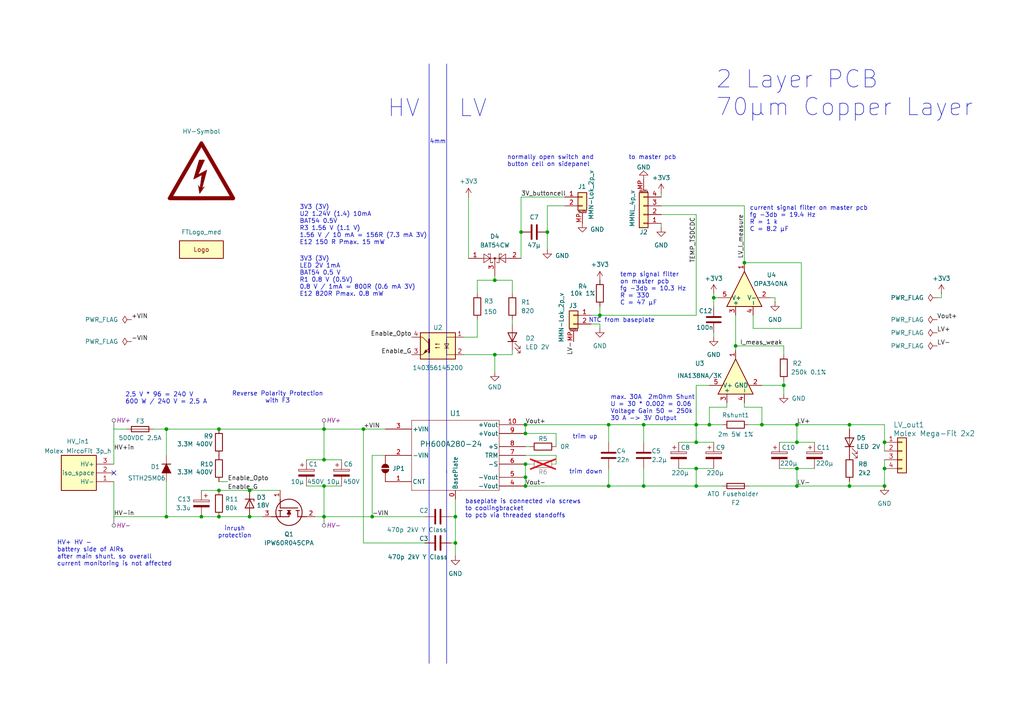
<source format=kicad_sch>
(kicad_sch (version 20250114) (generator "eeschema") (generator_version "9.0")
  (paper "A4")
  (title_block (title "TS-DCDC") (date "2024-12-12") (rev "0.5"))
  (lib_symbols
    (symbol "2024-11-18_21-41-11:PH600A280-24" (pin_names (offset 0.254))
      (property "Reference" "U" (at 17.272 6.604 0))
      (property "Value" "PH600A280-24" (at 20.32 -1.778 0))
      (symbol "PH600A280-24_1_1"
        (pin power_in line (at 0 2.54 0) (length 7.62) (name "+VIN") (number "3"))
        (pin power_in line (at 0 -5.08 0) (length 7.62) (name "-VIN") (number "2"))
        (pin input line (at 0 -12.7 0) (length 7.62) (name "CNT") (number "1"))
        (pin passive line (at 20.32 -17.78 90) (length 2.54) (name "BasePlate") (number "0"))
        (pin power_out line (at 40.64 3.81 180) (length 7.62) (name "+Vout") (number "10"))
        (pin power_out line (at 40.64 1.27 180) (length 7.62) (name "+Vout") (number "9"))
        (pin input line (at 40.64 -2.54 180) (length 7.62) (name "+S") (number "8"))
        (pin input line (at 40.64 -5.08 180) (length 7.62) (name "TRM") (number "7"))
        (pin input line (at 40.64 -7.62 180) (length 7.62) (name "-S") (number "6"))
        (pin power_out line (at 40.64 -11.43 180) (length 7.62) (name "-Vout") (number "5"))
        (pin power_out line (at 40.64 -13.97 180) (length 7.62) (name "-Vout") (number "4"))
      )
    )
    (symbol "43650-0317:43650-0317"
      (property "Reference" "HV_in1" (at 18.542 -11.938 0))
      (property "Value" "Molex MircoFit 3p_h" (at 11.43 -9.398 0))
      (symbol "43650-0317_1_1"
        (pin power_out line (at 0 0 0) (length 5.08) (name "HV+") (number "3"))
        (pin passive line (at 0 -2.54 0) (length 5.08) (name "iso_space") (number "2"))
        (pin power_out line (at 0 -5.08 0) (length 5.08) (name "HV-") (number "1"))
      )
    )
    (symbol "Amplifier_Current:INA138" (pin_names (offset 0.127))
      (property "Reference" "U" (at 3.81 5.08 0))
      (property "Value" "INA138" (at 3.81 2.54 0))
      (symbol "INA138_1_1"
        (pin input line (at -7.62 2.54 0) (length 2.54) (name "+") (number "3"))
        (pin input line (at -7.62 -2.54 0) (length 2.54) (name "-") (number "4"))
        (pin power_in line (at -2.54 7.62 270) (length 3.81) (name "V+") (number "5"))
        (pin power_in line (at -2.54 -7.62 90) (length 3.81) (name "GND") (number "2"))
        (pin output line (at 7.62 0 180) (length 2.54) (name "~") (number "1"))
      )
    )
    (symbol "Amplifier_Operational:OPA340NA" (pin_names (offset 0.127))
      (property "Reference" "U" (at -1.27 6.35 0))
      (property "Value" "OPA340NA" (at -1.27 3.81 0))
      (symbol "OPA340NA_0_1"
        (pin power_in line (at -2.54 7.62 270) (length 3.81) (name "V+") (number "5"))
        (pin power_in line (at -2.54 -7.62 90) (length 3.81) (name "V-") (number "2"))
      )
      (symbol "OPA340NA_1_1"
        (pin input line (at -7.62 2.54 0) (length 2.54) (name "+") (number "3"))
        (pin input line (at -7.62 -2.54 0) (length 2.54) (name "-") (number "4"))
        (pin output line (at 7.62 0 180) (length 2.54) (name "~") (number "1"))
      )
    )
    (symbol "Conn_01x04_1" (pin_names (offset 1.016) (hide yes))
      (property "Reference" "LV_out1" (at -2.54 7.62 0))
      (property "Value" "Molex Mega-Fit 2x2" (at -2.54 5.08 0))
      (symbol "Conn_01x04_1_1_1"
        (pin power_in line (at -5.08 2.54 0) (length 3.81) (name "Pin_1") (number "1"))
        (pin power_in line (at -5.08 0 0) (length 3.81) (name "Pin_2") (number "2"))
        (pin power_in line (at -5.08 -2.54 0) (length 3.81) (name "Pin_3") (number "3"))
        (pin power_in line (at -5.08 -5.08 0) (length 3.81) (name "Pin_4") (number "4"))
      )
    )
    (symbol "Connector_Generic_MountingPin:Conn_01x02_MountingPin" (pin_names (offset 1.016) (hide yes))
      (property "Reference" "J" (at 0 2.54 0))
      (property "Value" "Conn_01x02_MountingPin" (at 1.27 -5.08 0))
      (symbol "Conn_01x02_MountingPin_1_1"
        (text "Mounting" (at 0 -4.191 0) (effects (font (size 0.381 0.381))))
        (pin passive line (at -5.08 0 0) (length 3.81) (name "Pin_1") (number "1"))
        (pin passive line (at -5.08 -2.54 0) (length 3.81) (name "Pin_2") (number "2"))
        (pin passive line (at 0 -7.62 90) (length 3.048) (name "MountPin") (number "MP"))
      )
    )
    (symbol "Connector_Generic_MountingPin:Conn_01x04_MountingPin" (pin_names (offset 1.016) (hide yes))
      (property "Reference" "J" (at 0 5.08 0))
      (property "Value" "Conn_01x04_MountingPin" (at 1.27 -7.62 0))
      (symbol "Conn_01x04_MountingPin_1_1"
        (text "Mounting" (at 0 -6.731 0) (effects (font (size 0.381 0.381))))
        (pin passive line (at -5.08 2.54 0) (length 3.81) (name "Pin_1") (number "1"))
        (pin passive line (at -5.08 0 0) (length 3.81) (name "Pin_2") (number "2"))
        (pin passive line (at -5.08 -2.54 0) (length 3.81) (name "Pin_3") (number "3"))
        (pin passive line (at -5.08 -5.08 0) (length 3.81) (name "Pin_4") (number "4"))
        (pin passive line (at 0 -10.16 90) (length 3.048) (name "MountPin") (number "MP"))
      )
    )
    (symbol "Device:C" (pin_numbers (hide yes)) (pin_names (offset 0.254))
      (property "Reference" "C" (at 0.635 2.54 0))
      (property "Value" "C" (at 0.635 -2.54 0))
      (symbol "C_1_1"
        (pin passive line (at 0 3.81 270) (length 2.794) (name "~") (number "1"))
        (pin passive line (at 0 -3.81 90) (length 2.794) (name "~") (number "2"))
      )
    )
    (symbol "Device:C_Polarized" (pin_numbers (hide yes)) (pin_names (offset 0.254))
      (property "Reference" "C" (at 0.635 2.54 0))
      (property "Value" "C_Polarized" (at 0.635 -2.54 0))
      (symbol "C_Polarized_1_1"
        (pin passive line (at 0 3.81 270) (length 2.794) (name "~") (number "1"))
        (pin passive line (at 0 -3.81 90) (length 2.794) (name "~") (number "2"))
      )
    )
    (symbol "Device:D_Filled" (pin_numbers (hide yes)) (pin_names (offset 1.016) (hide yes))
      (property "Reference" "D" (at 0 2.54 0))
      (property "Value" "D_Filled" (at 0 -2.54 0))
      (symbol "D_Filled_1_1"
        (pin passive line (at -3.81 0 0) (length 2.54) (name "K") (number "1"))
        (pin passive line (at 3.81 0 180) (length 2.54) (name "A") (number "2"))
      )
    )
    (symbol "Device:D_Zener" (pin_numbers (hide yes)) (pin_names (offset 1.016) (hide yes))
      (property "Reference" "D" (at 0 2.54 0))
      (property "Value" "D_Zener" (at 0 -2.54 0))
      (symbol "D_Zener_1_1"
        (pin passive line (at -3.81 0 0) (length 2.54) (name "K") (number "1"))
        (pin passive line (at 3.81 0 180) (length 2.54) (name "A") (number "2"))
      )
    )
    (symbol "Device:Fuse" (pin_numbers (hide yes)) (pin_names (offset 0))
      (property "Reference" "F" (at 2.032 0 90))
      (property "Value" "Fuse" (at -1.905 0 90))
      (symbol "Fuse_1_1"
        (pin passive line (at 0 3.81 270) (length 1.27) (name "~") (number "1"))
        (pin passive line (at 0 -3.81 90) (length 1.27) (name "~") (number "2"))
      )
    )
    (symbol "Device:LED" (pin_numbers (hide yes)) (pin_names (offset 1.016) (hide yes))
      (property "Reference" "D" (at 0 2.54 0))
      (property "Value" "LED" (at 0 -2.54 0))
      (symbol "LED_1_1"
        (pin passive line (at -3.81 0 0) (length 2.54) (name "K") (number "1"))
        (pin passive line (at 3.81 0 180) (length 2.54) (name "A") (number "2"))
      )
    )
    (symbol "Device:R" (pin_numbers (hide yes)) (pin_names (offset 0))
      (property "Reference" "R" (at 2.032 0 90))
      (property "Value" "R" (at 0 0 90))
      (symbol "R_1_1"
        (pin passive line (at 0 3.81 270) (length 1.27) (name "~") (number "1"))
        (pin passive line (at 0 -3.81 90) (length 1.27) (name "~") (number "2"))
      )
    )
    (symbol "Diode:BAT54CW" (pin_names (offset 1.016))
      (property "Reference" "D" (at 0.635 -3.81 0))
      (property "Value" "BAT54CW" (at -6.35 3.175 0))
      (symbol "BAT54CW_1_1"
        (pin passive line (at -7.62 0 0) (length 3.81) (name "~") (number "1"))
        (pin passive line (at 0 -5.08 90) (length 5.08) (name "~") (number "3"))
        (pin passive line (at 7.62 0 180) (length 3.81) (name "~") (number "2"))
      )
    )
    (symbol "FaSTTUBe_logos:FTLogo_med"
      (property "Value" "FTLogo_med" (at 0 -3.81 0))
      (symbol "FTLogo_med_0_0"
        (text "Logo" (at 0 0 0) (effects (font (size 1.27 1.27))))
      )
    )
    (symbol "FaSTTUBe_logos:HV-Symbol" (pin_names (offset 1.016))
      (property "Value" "HV-Symbol" (at 0 -10.16 0))
    )
    (symbol "Fuse_1" (pin_numbers (hide yes)) (pin_names (offset 0))
      (property "Reference" "F2" (at 4.826 0 90))
      (property "Value" "ATO Fuseholder" (at 2.286 0.762 90))
      (symbol "Fuse_1_1_1"
        (pin passive line (at 0 3.81 270) (length 1.27) (name "~") (number "1"))
        (pin passive line (at 0 -3.81 90) (length 1.27) (name "~") (number "2"))
      )
    )
    (symbol "IPW60R045CPA:IPW60R045CPA" (pin_names (hide yes))
      (property "Reference" "Q" (at 11.43 3.81 0))
      (property "Value" "IPW60R045CPA" (at 11.43 1.27 0))
      (symbol "IPW60R045CPA_1_1"
        (pin passive line (at 0 0 0) (length 2.54) (name "G") (number "1"))
        (pin passive line (at 7.62 10.16 270) (length 2.54) (name "D") (number "2"))
        (pin passive line (at 7.62 -5.08 90) (length 2.54) (name "S") (number "3"))
      )
    )
    (symbol "Jumper:SolderJumper_2_Open" (pin_numbers (hide yes)) (pin_names (offset 0) (hide yes)) (exclude_from_sim yes) (in_bom no)
      (property "Reference" "JP" (at 0 2.032 0))
      (property "Value" "SolderJumper_2_Open" (at 0 -2.54 0))
      (symbol "SolderJumper_2_Open_1_1"
        (pin passive line (at -3.81 0 0) (length 2.54) (name "A") (number "1"))
        (pin passive line (at 3.81 0 180) (length 2.54) (name "B") (number "2"))
      )
    )
    (symbol "Relay_SolidState:34.81-7048"
      (property "Reference" "U2" (at 0 5.334 0))
      (property "Value" "140356145200" (at 0 -6.35 0))
      (symbol "34.81-7048_1_1"
        (pin passive line (at -7.62 2.54 0) (length 2.54) (name "") (number "1"))
        (pin passive line (at -7.62 -2.54 0) (length 2.54) (name "~") (number "2"))
        (pin passive line (at 7.62 2.54 180) (length 2.54) (name "~") (number "4"))
        (pin passive line (at 7.62 -2.54 180) (length 2.54) (name "~") (number "3"))
      )
    )
    (symbol "power:+3V3" (power) (pin_numbers (hide yes)) (pin_names (offset 0) (hide yes))
      (property "Value" "+3V3" (at 0 3.556 0))
      (symbol "+3V3_1_1"
        (pin power_in line (at 0 0 90) (length 0) (name "~") (number "1"))
      )
    )
    (symbol "power:GND" (power) (pin_numbers (hide yes)) (pin_names (offset 0) (hide yes))
      (property "Value" "GND" (at 0 -3.81 0))
      (symbol "GND_1_1"
        (pin power_in line (at 0 0 270) (length 0) (name "~") (number "1"))
      )
    )
    (symbol "power:PWR_FLAG" (power) (pin_numbers (hide yes)) (pin_names (offset 0) (hide yes))
      (property "Value" "PWR_FLAG" (at 0 3.81 0))
      (symbol "PWR_FLAG_0_0"
        (pin power_out line (at 0 0 90) (length 0) (name "~") (number "1"))
      )
    )
  )
  (text "trim down" (at 169.926 136.906 0) (effects (font (size 1.27 1.27))))
  (text "inrush\nprotection" (at 68.072 154.432 0) (effects (font (size 1.27 1.27))))
  (text "3V3 (3V)\nU2 1.24V (1.4) 10mA\nBAT54 0.5V\nR3 1.56 V (1.1 V)\n1.56 V / 10 mA = 156R (7.3 mA 3V)\nE12 150 R Pmax. 15 mW\n" (at 86.868 65.278 0) (effects (font (size 1.27 1.27)) (justify left)))
  (text "max. 30A  2mOhm Shunt \nU = 30 * 0.002 = 0.06\nVoltage Gain 50 = 250k\n30 A -> 3V Output\n" (at 177.038 118.364 0) (effects (font (size 1.27 1.27)) (justify left)))
  (text "trim up" (at 169.672 126.746 0) (effects (font (size 1.27 1.27))))
  (text "2,5 V * 96 = 240 V\n600 W / 240 V = 2,5 A\n" (at 36.322 115.57 0) (effects (font (size 1.27 1.27)) (justify left)))
  (text "current signal filter on master pcb\nfg -3db = 19.4 Hz\nR = 1 k\nC = 8.2 µF\n" (at 217.424 63.5 0) (effects (font (size 1.27 1.27)) (justify left)))
  (text "LV" (at 137.16 31.496 0) (effects (font (size 5 5))))
  (text "4mm" (at 127 41.148 0) (effects (font (size 1.27 1.27))))
  (text "normally open switch and\nbutton cell on sidepanel\n " (at 147.066 44.958 0) (effects (font (size 1.27 1.27)) (justify left top)))
  (text "NTC from baseplate" (at 180.34 92.964 0) (effects (font (size 1.27 1.27))))
  (text "HV" (at 117.094 31.496 0) (effects (font (size 5 5))))
  (text "3V3 (3V)\nLED 2V 1mA\nBAT54 0.5 V \nR1 0.8 V (0.5V)\n0.8 V / 1mA = 800R (0.6 mA 3V)\nE12 820R Pmax. 0.8 mW" (at 86.868 80.264 0) (effects (font (size 1.27 1.27)) (justify left)))
  (text "HV+ HV -\nbattery side of AIRs\nafter main shunt, so overall \ncurrent monitoring is not affected" (at 16.51 160.528 0) (effects (font (size 1.27 1.27)) (justify left)))
  (text "to master pcb" (at 189.23 45.72 0) (effects (font (size 1.27 1.27))))
  (text "baseplate is connected via screws \nto coolingbracket\nto pcb via threaded standoffs\n" (at 134.874 147.574 0) (effects (font (size 1.27 1.27)) (justify left)))
  (text "temp signal filter \non master pcb\nfg -3db = 10.3 Hz\nR = 330\nC = 47 µF" (at 179.832 83.82 0) (effects (font (size 1.27 1.27)) (justify left)))
  (text "Reverse Polarity Protection\nwith F3" (at 80.518 115.316 0) (effects (font (size 1.27 1.27))))
  (text "2 Layer PCB \n70µm Copper Layer\n" (at 207.518 27.178 0) (effects (font (size 5 5)) (justify left)))
  (junction (at 152.4 134.62))
  (junction (at 186.69 123.19))
  (junction (at 207.01 86.36))
  (junction (at 63.5 124.46))
  (junction (at 48.26 124.46))
  (junction (at 143.51 81.28))
  (junction (at 201.93 128.27))
  (junction (at 107.95 149.86))
  (junction (at 213.36 100.33))
  (junction (at 48.26 149.86))
  (junction (at 231.14 123.19))
  (junction (at 176.53 123.19))
  (junction (at 105.41 124.46))
  (junction (at 151.13 67.31))
  (junction (at 152.4 138.43))
  (junction (at 201.93 135.89))
  (junction (at 152.4 123.19))
  (junction (at 246.38 123.19))
  (junction (at 132.08 157.48))
  (junction (at 72.39 142.24))
  (junction (at 152.4 140.97))
  (junction (at 205.74 123.19))
  (junction (at 201.93 123.19))
  (junction (at 176.53 140.97))
  (junction (at 72.39 149.86))
  (junction (at 231.14 128.27))
  (junction (at 231.14 135.89))
  (junction (at 93.98 149.86))
  (junction (at 173.99 91.44))
  (junction (at 158.75 67.31))
  (junction (at 152.4 125.73))
  (junction (at 201.93 140.97))
  (junction (at 220.98 123.19))
  (junction (at 132.08 149.86))
  (junction (at 256.54 128.27))
  (junction (at 58.42 149.86))
  (junction (at 93.98 124.46))
  (junction (at 186.69 140.97))
  (junction (at 93.98 140.97))
  (junction (at 215.9 76.2))
  (junction (at 246.38 140.97))
  (junction (at 256.54 135.89))
  (junction (at 227.33 111.76))
  (junction (at 256.54 140.97))
  (junction (at 143.51 102.87))
  (junction (at 231.14 140.97))
  (junction (at 63.5 149.86))
  (junction (at 93.98 133.35))
  (junction (at 63.5 142.24))
  (no_connect (at 33.02 137.16))
  (wire (pts (xy 231.14 135.89) (xy 231.14 140.97)))
  (wire (pts (xy 132.08 144.78) (xy 132.08 149.86)))
  (wire (pts (xy 72.39 142.24) (xy 81.28 142.24)))
  (wire (pts (xy 231.14 128.27) (xy 236.22 128.27)))
  (wire (pts (xy 48.26 149.86) (xy 58.42 149.86)))
  (wire (pts (xy 33.02 139.7) (xy 33.02 149.86)))
  (wire (pts (xy 176.53 123.19) (xy 176.53 128.27)))
  (wire (pts (xy 176.53 135.89) (xy 176.53 140.97)))
  (wire (pts (xy 158.75 59.69) (xy 158.75 67.31)))
  (wire (pts (xy 148.59 102.87) (xy 148.59 101.6)))
  (wire (pts (xy 201.93 123.19) (xy 205.74 123.19)))
  (wire (pts (xy 107.95 132.08) (xy 107.95 149.86)))
  (wire (pts (xy 152.4 134.62) (xy 153.67 134.62)))
  (wire (pts (xy 226.06 128.27) (xy 231.14 128.27)))
  (wire (pts (xy 72.39 149.86) (xy 76.2 149.86)))
  (wire (pts (xy 107.95 132.08) (xy 111.76 132.08)))
  (wire (pts (xy 201.93 111.76) (xy 205.74 111.76)))
  (wire (pts (xy 143.51 81.28) (xy 143.51 80.01)))
  (wire (pts (xy 273.05 86.36) (xy 271.78 86.36)))
  (wire (pts (xy 151.13 57.15) (xy 163.83 57.15)))
  (wire (pts (xy 132.08 149.86) (xy 130.81 149.86)))
  (wire (pts (xy 201.93 62.23) (xy 201.93 91.44)))
  (wire (pts (xy 152.4 132.08) (xy 161.29 132.08)))
  (wire (pts (xy 173.99 93.98) (xy 171.45 93.98)))
  (wire (pts (xy 138.43 81.28) (xy 138.43 85.09)))
  (wire (pts (xy 44.45 124.46) (xy 48.26 124.46)))
  (wire (pts (xy 93.98 133.35) (xy 99.06 133.35)))
  (wire (pts (xy 205.74 123.19) (xy 209.55 123.19)))
  (wire (pts (xy 33.02 124.46) (xy 36.83 124.46)))
  (wire (pts (xy 134.62 97.79) (xy 138.43 97.79)))
  (wire (pts (xy 207.01 96.52) (xy 207.01 97.79)))
  (wire (pts (xy 201.93 111.76) (xy 201.93 123.19)))
  (wire (pts (xy 210.82 116.84) (xy 210.82 118.11)))
  (wire (pts (xy 210.82 118.11) (xy 205.74 118.11)))
  (wire (pts (xy 135.89 57.15) (xy 135.89 74.93)))
  (wire (pts (xy 33.02 124.46) (xy 33.02 134.62)))
  (wire (pts (xy 218.44 95.25) (xy 232.41 95.25)))
  (wire (pts (xy 161.29 134.62) (xy 161.29 132.08)))
  (wire (pts (xy 227.33 111.76) (xy 227.33 114.3)))
  (wire (pts (xy 152.4 123.19) (xy 176.53 123.19)))
  (polyline (pts (xy 124.46 18.542) (xy 124.46 192.405)))
  (wire (pts (xy 208.28 86.36) (xy 207.01 86.36)))
  (wire (pts (xy 191.77 66.04) (xy 191.77 64.77)))
  (wire (pts (xy 151.13 57.15) (xy 151.13 67.31)))
  (wire (pts (xy 152.4 138.43) (xy 152.4 134.62)))
  (wire (pts (xy 33.02 149.86) (xy 48.26 149.86)))
  (wire (pts (xy 217.17 140.97) (xy 231.14 140.97)))
  (wire (pts (xy 105.41 157.48) (xy 123.19 157.48)))
  (wire (pts (xy 105.41 124.46) (xy 111.76 124.46)))
  (wire (pts (xy 143.51 81.28) (xy 148.59 81.28)))
  (wire (pts (xy 143.51 102.87) (xy 148.59 102.87)))
  (wire (pts (xy 220.98 118.11) (xy 220.98 123.19)))
  (wire (pts (xy 66.04 139.7) (xy 63.5 139.7)))
  (wire (pts (xy 63.5 142.24) (xy 58.42 142.24)))
  (wire (pts (xy 224.79 87.63) (xy 224.79 86.36)))
  (wire (pts (xy 186.69 123.19) (xy 201.93 123.19)))
  (wire (pts (xy 152.4 129.54) (xy 153.67 129.54)))
  (wire (pts (xy 88.9 133.35) (xy 93.98 133.35)))
  (wire (pts (xy 213.36 91.44) (xy 213.36 100.33)))
  (wire (pts (xy 186.69 140.97) (xy 201.93 140.97)))
  (wire (pts (xy 173.99 88.9) (xy 173.99 91.44)))
  (wire (pts (xy 107.95 149.86) (xy 123.19 149.86)))
  (wire (pts (xy 63.5 149.86) (xy 72.39 149.86)))
  (wire (pts (xy 213.36 100.33) (xy 227.33 100.33)))
  (wire (pts (xy 173.99 91.44) (xy 201.93 91.44)))
  (wire (pts (xy 186.69 123.19) (xy 186.69 128.27)))
  (wire (pts (xy 220.98 111.76) (xy 227.33 111.76)))
  (wire (pts (xy 201.93 128.27) (xy 207.01 128.27)))
  (wire (pts (xy 186.69 135.89) (xy 186.69 140.97)))
  (wire (pts (xy 201.93 135.89) (xy 201.93 140.97)))
  (wire (pts (xy 158.75 67.31) (xy 158.75 72.39)))
  (wire (pts (xy 220.98 118.11) (xy 215.9 118.11)))
  (wire (pts (xy 226.06 135.89) (xy 231.14 135.89)))
  (wire (pts (xy 93.98 124.46) (xy 93.98 133.35)))
  (polyline (pts (xy 129.54 136.525) (xy 129.54 192.405)))
  (wire (pts (xy 93.98 140.97) (xy 99.06 140.97)))
  (wire (pts (xy 152.4 123.19) (xy 152.4 125.73)))
  (wire (pts (xy 191.77 57.15) (xy 191.77 55.88)))
  (wire (pts (xy 232.41 76.2) (xy 215.9 76.2)))
  (wire (pts (xy 201.93 140.97) (xy 209.55 140.97)))
  (wire (pts (xy 161.29 125.73) (xy 152.4 125.73)))
  (wire (pts (xy 93.98 124.46) (xy 105.41 124.46)))
  (wire (pts (xy 48.26 139.7) (xy 48.26 149.86)))
  (wire (pts (xy 205.74 118.11) (xy 205.74 123.19)))
  (wire (pts (xy 138.43 81.28) (xy 143.51 81.28)))
  (wire (pts (xy 196.85 128.27) (xy 201.93 128.27)))
  (wire (pts (xy 196.85 135.89) (xy 201.93 135.89)))
  (wire (pts (xy 232.41 95.25) (xy 232.41 76.2)))
  (wire (pts (xy 93.98 140.97) (xy 88.9 140.97)))
  (wire (pts (xy 163.83 59.69) (xy 158.75 59.69)))
  (wire (pts (xy 246.38 124.46) (xy 246.38 123.19)))
  (wire (pts (xy 176.53 123.19) (xy 186.69 123.19)))
  (wire (pts (xy 213.36 100.33) (xy 213.36 101.6)))
  (wire (pts (xy 224.79 86.36) (xy 223.52 86.36)))
  (wire (pts (xy 173.99 91.44) (xy 171.45 91.44)))
  (wire (pts (xy 231.14 135.89) (xy 236.22 135.89)))
  (wire (pts (xy 217.17 123.19) (xy 220.98 123.19)))
  (wire (pts (xy 215.9 59.69) (xy 215.9 76.2)))
  (wire (pts (xy 231.14 140.97) (xy 246.38 140.97)))
  (wire (pts (xy 231.14 123.19) (xy 231.14 128.27)))
  (wire (pts (xy 201.93 135.89) (xy 207.01 135.89)))
  (wire (pts (xy 191.77 59.69) (xy 215.9 59.69)))
  (polyline (pts (xy 129.54 18.542) (xy 129.54 137.16)))
  (wire (pts (xy 152.4 140.97) (xy 152.4 138.43)))
  (wire (pts (xy 48.26 132.08) (xy 48.26 124.46)))
  (wire (pts (xy 143.51 102.87) (xy 143.51 107.95)))
  (wire (pts (xy 152.4 140.97) (xy 176.53 140.97)))
  (wire (pts (xy 93.98 149.86) (xy 107.95 149.86)))
  (wire (pts (xy 256.54 128.27) (xy 256.54 130.81)))
  (wire (pts (xy 256.54 133.35) (xy 256.54 135.89)))
  (wire (pts (xy 246.38 123.19) (xy 256.54 123.19)))
  (wire (pts (xy 63.5 142.24) (xy 72.39 142.24)))
  (wire (pts (xy 176.53 140.97) (xy 186.69 140.97)))
  (wire (pts (xy 148.59 92.71) (xy 148.59 93.98)))
  (wire (pts (xy 48.26 124.46) (xy 63.5 124.46)))
  (wire (pts (xy 91.44 149.86) (xy 93.98 149.86)))
  (wire (pts (xy 173.99 93.98) (xy 173.99 95.25)))
  (wire (pts (xy 215.9 118.11) (xy 215.9 116.84)))
  (wire (pts (xy 138.43 92.71) (xy 138.43 97.79)))
  (wire (pts (xy 256.54 135.89) (xy 256.54 140.97)))
  (wire (pts (xy 151.13 67.31) (xy 151.13 74.93)))
  (wire (pts (xy 58.42 149.86) (xy 63.5 149.86)))
  (wire (pts (xy 148.59 81.28) (xy 148.59 85.09)))
  (wire (pts (xy 161.29 129.54) (xy 161.29 125.73)))
  (wire (pts (xy 246.38 139.7) (xy 246.38 140.97)))
  (wire (pts (xy 132.08 157.48) (xy 130.81 157.48)))
  (wire (pts (xy 132.08 161.29) (xy 132.08 157.48)))
  (wire (pts (xy 105.41 124.46) (xy 105.41 157.48)))
  (wire (pts (xy 273.05 85.09) (xy 273.05 86.36)))
  (wire (pts (xy 63.5 124.46) (xy 93.98 124.46)))
  (wire (pts (xy 227.33 100.33) (xy 227.33 102.87)))
  (wire (pts (xy 220.98 123.19) (xy 231.14 123.19)))
  (wire (pts (xy 207.01 86.36) (xy 207.01 85.09)))
  (wire (pts (xy 132.08 149.86) (xy 132.08 157.48)))
  (wire (pts (xy 256.54 140.97) (xy 246.38 140.97)))
  (wire (pts (xy 256.54 123.19) (xy 256.54 128.27)))
  (wire (pts (xy 207.01 86.36) (xy 207.01 88.9)))
  (wire (pts (xy 227.33 110.49) (xy 227.33 111.76)))
  (wire (pts (xy 143.51 102.87) (xy 134.62 102.87)))
  (wire (pts (xy 231.14 123.19) (xy 246.38 123.19)))
  (wire (pts (xy 201.93 62.23) (xy 191.77 62.23)))
  (wire (pts (xy 218.44 95.25) (xy 218.44 91.44)))
  (wire (pts (xy 93.98 149.86) (xy 93.98 140.97)))
  (wire (pts (xy 201.93 123.19) (xy 201.93 128.27)))
  (label "LV+" (at 231.14 123.19 0))
  (label "+VIN" (at 38.1 92.71 0))
  (label "LV-" (at 231.14 140.97 0))
  (label "Vout-" (at 152.4 140.97 0))
  (label "TEMP_TSDCDC" (at 201.93 76.2 90))
  (label "LV-" (at 271.78 100.33 0))
  (label "Vout+" (at 271.78 92.71 0))
  (label "-VIN" (at 38.1 99.06 0))
  (label "-VIN" (at 107.95 149.86 0))
  (label "LV_I_measure" (at 215.9 74.93 90))
  (label "HV+in" (at 33.02 130.81 0))
  (label "I_meas_weak" (at 214.63 100.33 0))
  (label "3V_buttoncell" (at 151.13 57.15 0))
  (label "LV-" (at 166.37 99.06 270))
  (label "Enable_G" (at 66.04 142.24 0))
  (label "HV-in" (at 33.02 149.86 0))
  (label "Enable_Opto" (at 66.04 139.7 0))
  (label "Vout+" (at 152.4 123.19 0))
  (label "Enable_G" (at 119.38 102.87 180))
  (label "Enable_Opto" (at 119.38 97.79 180))
  (label "+VIN" (at 105.41 124.46 0))
  (label "LV+" (at 271.78 96.52 0))
  (netclass_flag "" (length 2.54) (shape round) (at 33.02 124.46 0) (property "Netclass" "HV+" (at 33.7185 121.92 0) (effects (font (italic yes)) (justify left))))
  (netclass_flag "" (length 2.54) (shape round) (at 33.02 149.86 180) (property "Netclass" "HV-" (at 33.7185 152.4 0) (effects (font (italic yes)) (justify left))))
  (netclass_flag "" (length 2.54) (shape round) (at 93.98 124.46 0) (property "Netclass" "HV+" (at 94.6785 121.92 0) (effects (font (italic yes)) (justify left))))
  (netclass_flag "" (length 2.54) (shape round) (at 93.98 149.86 180) (property "Netclass" "HV-" (at 94.6785 152.4 0) (effects (font (italic yes)) (justify left))))
  (symbol (lib_id "Device:LED") (at 148.59 97.79 90) (unit 1)
    (property "Reference" "D2" (at 152.4 98.1074 90) (effects (justify right)))
    (property "Value" "LED 2V" (at 152.4 100.6474 90) (effects (justify right)))
    (property "Footprint" "LED_SMD:LED_0603_1608Metric" (effects (hide yes)))
    (property "Description" "Light emitting diode" (effects (hide yes)))
  )
  (symbol (lib_id "Device:C_Polarized") (at 196.85 132.08 0) (unit 1)
    (property "Reference" "C8" (at 200.152 129.794 0) (effects (justify right)))
    (property "Value" "220µ" (at 199.898 137.16 0) (effects (justify right)))
    (property "Footprint" "Capacitor_THT:CP_Radial_D10.0mm_P5.00mm" (effects (hide yes)))
    (property "Datasheet" "https://mou.sr/3E8B9GR" (effects (hide yes)))
    (property "Description" "Polarized capacitor" (effects (hide yes)))
  )
  (symbol (lib_id "Device:C") (at 176.53 132.08 0) (unit 1)
    (property "Reference" "C4" (at 178.816 130.81 0) (effects (justify left)))
    (property "Value" "22n" (at 178.816 133.35 0) (effects (justify left)))
    (property "Footprint" "Capacitor_SMD:C_1206_3216Metric" (effects (hide yes)))
    (property "Description" "Unpolarized capacitor" (effects (hide yes)))
  )
  (symbol (lib_id "Device:R") (at 246.38 135.89 0) (unit 1)
    (property "Reference" "R8" (at 248.92 134.6199 0) (effects (justify left)))
    (property "Value" "2k2" (at 248.92 137.1599 0) (effects (justify left)))
    (property "Footprint" "Resistor_SMD:R_0603_1608Metric" (effects (hide yes)))
    (property "Description" "Resistor" (effects (hide yes)))
  )
  (symbol (lib_id "Connector_Generic_MountingPin:Conn_01x04_MountingPin") (at 186.69 62.23 180) (unit 1)
    (property "Reference" "J2" (at 186.69 67.31 0))
    (property "Value" "MMNL_4p_v" (at 183.388 60.452 90))
    (property "Footprint" "FaSTTUBe_connectors:Micro_Mate-N-Lok_4p_vertical" (effects (hide yes)))
    (property "Description" "Generic connectable mounting pin connector, single row, 01x04, script generated (kicad-library-utils/schlib/autogen/connector/)" (effects (hide yes)))
  )
  (symbol (lib_id "power:GND") (at 256.54 140.97 0) (unit 1)
    (property "Reference" "#PWR01" (effects (hide yes)))
    (property "Value" "GND" (at 256.54 146.05 0))
    (property "Description" "Power symbol creates a global label with name \"GND\" , ground" (effects (hide yes)))
  )
  (symbol (lib_id "Device:R") (at 157.48 129.54 90) (unit 1)
    (property "Reference" "R5" (at 157.48 127.254 90))
    (property "Value" "0R" (at 163.83 129.54 90))
    (property "Footprint" "Resistor_SMD:R_0603_1608Metric" (effects (hide yes)))
    (property "Description" "Resistor" (effects (hide yes)))
  )
  (symbol (lib_id "power:PWR_FLAG") (at 38.1 92.71 90) (unit 1)
    (property "Reference" "#FLG02" (effects (hide yes)))
    (property "Value" "PWR_FLAG" (at 34.29 92.7099 90) (effects (justify left)))
    (property "Description" "Special symbol for telling ERC where power comes from" (effects (hide yes)))
  )
  (symbol (lib_id "power:+3V3") (at 191.77 55.88 0) (mirror y) (unit 1)
    (property "Reference" "#PWR05" (effects (hide yes)))
    (property "Value" "+3V3" (at 191.77 51.562 0))
    (property "Description" "Power symbol creates a global label with name \"+3V3\"" (effects (hide yes)))
  )
  (symbol (lib_id "Amplifier_Operational:OPA340NA") (at 215.9 83.82 90) (unit 1)
    (property "Reference" "U4" (at 223.774 79.756 90))
    (property "Value" "OPA340NA" (at 223.52 82.296 90))
    (property "Footprint" "Package_TO_SOT_SMD:SOT-23-5" (effects (hide yes)))
    (property "Datasheet" "http://www.ti.com/lit/ds/symlink/opa340.pdf" (effects (hide yes)))
    (property "Description" "Single Single-Supply, Rail-to-Rail Operational Amplifier, MicroAmplifier Series, SOT-23-5" (effects (hide yes)))
  )
  (symbol (lib_id "Jumper:SolderJumper_2_Open") (at 111.76 135.89 90) (unit 1) (in_bom no)
    (property "Reference" "JP1" (at 113.792 135.89 90) (effects (justify right)))
    (property "Value" "SolderJumper_2_Open" (effects (hide yes)))
    (property "Footprint" "Jumper:SolderJumper-2_P1.3mm_Open_RoundedPad1.0x1.5mm" (effects (hide yes)))
    (property "Description" "Solder Jumper, 2-pole, open" (effects (hide yes)))
  )
  (symbol (lib_id "Device:C_Polarized") (at 226.06 132.08 0) (unit 1)
    (property "Reference" "C10" (at 230.632 129.794 0) (effects (justify right)))
    (property "Value" "220µ" (at 231.394 134.366 0) (effects (justify right)))
    (property "Footprint" "Capacitor_THT:CP_Radial_D10.0mm_P5.00mm" (effects (hide yes)))
    (property "Datasheet" "https://mou.sr/3E8B9GR" (effects (hide yes)))
    (property "Description" "Polarized capacitor" (effects (hide yes)))
  )
  (symbol (lib_id "Device:LED") (at 246.38 128.27 90) (unit 1)
    (property "Reference" "D5" (at 248.412 127 90) (effects (justify right)))
    (property "Value" "LED 2V" (at 248.412 129.54 90) (effects (justify right)))
    (property "Footprint" "LED_SMD:LED_0603_1608Metric" (effects (hide yes)))
    (property "Description" "Light emitting diode" (effects (hide yes)))
  )
  (symbol (lib_id "Device:C_Polarized") (at 88.9 137.16 0) (unit 1)
    (property "Reference" "C1" (at 92.202 134.62 0) (effects (justify right)))
    (property "Value" "10µ 450V" (at 93.98 139.7 0) (effects (justify right)))
    (property "Footprint" "Capacitor_THT:CP_Radial_D12.5mm_P5.00mm" (effects (hide yes)))
    (property "Datasheet" "https://www.mouser.de/ProductDetail/KEMET/ESZ106M450AK5AA?qs=sGAEpiMZZMvwFf0viD3Y3fHxNcSaiftw0pmshQ94%2F5xScmFOjO6%2FmQ%3D%3D" (effects (hide yes)))
    (property "Description" "Polarized capacitor" (effects (hide yes)))
  )
  (symbol (lib_id "Device:C") (at 127 149.86 90) (unit 1)
    (property "Reference" "C2" (at 122.936 148.082 90))
    (property "Value" "470p 2kV Y Class" (at 120.904 153.67 90))
    (property "Footprint" "footprints:VY1471M29Y5UC63V0" (effects (hide yes)))
    (property "Datasheet" "https://www.vishay.com/docs/28537/vy1series.pdf" (effects (hide yes)))
    (property "Description" "Unpolarized capacitor" (effects (hide yes)))
  )
  (symbol (lib_id "power:PWR_FLAG") (at 271.78 100.33 90) (unit 1)
    (property "Reference" "#FLG05" (effects (hide yes)))
    (property "Value" "PWR_FLAG" (at 267.97 100.3299 90) (effects (justify left)))
    (property "Description" "Special symbol for telling ERC where power comes from" (effects (hide yes)))
  )
  (symbol (lib_id "Device:R") (at 148.59 88.9 0) (unit 1)
    (property "Reference" "R1" (at 151.13 87.6299 0) (effects (justify left)))
    (property "Value" "820" (at 151.13 90.1699 0) (effects (justify left)))
    (property "Footprint" "Resistor_SMD:R_0603_1608Metric" (effects (hide yes)))
    (property "Description" "Resistor" (effects (hide yes)))
  )
  (symbol (lib_id "power:GND") (at 207.01 97.79 0) (unit 1)
    (property "Reference" "#PWR013" (effects (hide yes)))
    (property "Value" "GND" (at 207.01 102.87 0))
    (property "Description" "Power symbol creates a global label with name \"GND\" , ground" (effects (hide yes)))
  )
  (symbol (lib_id "2024-11-18_21-41-11:PH600A280-24") (at 111.76 127 0) (unit 1)
    (property "Reference" "U1" (at 132.08 119.888 0) (effects (font (size 1.524 1.524))))
    (property "Value" "PH600A280-24" (at 130.81 128.778 0) (effects (font (size 1.524 1.524))))
    (property "Footprint" "PH300A_thru_PH600A_TDK" (effects (hide yes)))
    (property "Datasheet" "PH600A280-24" (effects (hide yes)))
  )
  (symbol (lib_id "power:PWR_FLAG") (at 271.78 86.36 90) (unit 1)
    (property "Reference" "#FLG01" (effects (hide yes)))
    (property "Value" "PWR_FLAG" (at 267.97 86.36 90) (effects (justify left)))
    (property "Description" "Special symbol for telling ERC where power comes from" (effects (hide yes)))
  )
  (symbol (lib_id "Device:C") (at 154.94 67.31 90) (unit 1)
    (property "Reference" "C7" (at 154.94 62.992 90))
    (property "Value" "47µ" (at 154.94 71.12 90))
    (property "Footprint" "Capacitor_SMD:C_1210_3225Metric" (effects (hide yes)))
    (property "Description" "Unpolarized capacitor" (effects (hide yes)))
  )
  (symbol (lib_id "power:+3V3") (at 173.99 81.28 0) (mirror y) (unit 1)
    (property "Reference" "#PWR08" (effects (hide yes)))
    (property "Value" "+3V3" (at 173.99 76.708 0))
    (property "Description" "Power symbol creates a global label with name \"+3V3\"" (effects (hide yes)))
  )
  (symbol (lib_id "FaSTTUBe_logos:HV-Symbol") (at 58.42 49.53 0) (unit 1)
    (property "Reference" "#Logo2" (effects (hide yes)))
    (property "Value" "HV-Symbol" (at 58.4225 38.1 0))
    (property "Footprint" "FaSTTUBe_logos:HV-Warning" (effects (hide yes)))
  )
  (symbol (lib_id "power:GND") (at 227.33 114.3 0) (unit 1)
    (property "Reference" "#PWR02" (effects (hide yes)))
    (property "Value" "GND" (at 231.648 115.57 0))
    (property "Description" "Power symbol creates a global label with name \"GND\" , ground" (effects (hide yes)))
  )
  (symbol (lib_id "Device:C_Polarized") (at 58.42 146.05 0) (mirror y) (unit 1)
    (property "Reference" "C13" (at 55.372 144.78 0) (effects (justify left)))
    (property "Value" "3.3u" (at 55.372 147.32 0) (effects (justify left)))
    (property "Footprint" "Capacitor_SMD:C_0805_2012Metric" (effects (hide yes)))
    (property "Datasheet" "https://www.mouser.de/ProductDetail/Vishay-Sprague/TMCP1C335MTRF?qs=WatphXlIDnw3%252BW9g7D2QaA%3D%3D" (effects (hide yes)))
    (property "Description" "Polarized capacitor" (effects (hide yes)))
  )
  (symbol (lib_id "Device:R") (at 63.5 146.05 0) (unit 1)
    (property "Reference" "R11" (at 65.278 144.78 0) (effects (justify left)))
    (property "Value" "80k" (at 65.278 147.32 0) (effects (justify left)))
    (property "Footprint" "Resistor_SMD:R_0603_1608Metric" (effects (hide yes)))
    (property "Description" "Resistor" (effects (hide yes)))
  )
  (symbol (lib_id "Device:C_Polarized") (at 236.22 132.08 0) (unit 1)
    (property "Reference" "C11" (at 240.792 129.794 0) (effects (justify right)))
    (property "Value" "220µ" (at 241.808 134.366 0) (effects (justify right)))
    (property "Footprint" "Capacitor_THT:CP_Radial_D10.0mm_P5.00mm" (effects (hide yes)))
    (property "Datasheet" "https://mou.sr/3E8B9GR" (effects (hide yes)))
    (property "Description" "Polarized capacitor" (effects (hide yes)))
  )
  (symbol (lib_id "power:GND") (at 132.08 161.29 0) (unit 1)
    (property "Reference" "#PWR010" (effects (hide yes)))
    (property "Value" "GND" (at 132.08 166.37 0))
    (property "Description" "Power symbol creates a global label with name \"GND\" , ground" (effects (hide yes)))
  )
  (symbol (lib_id "Relay_SolidState:34.81-7048") (at 127 100.33 0) (mirror y) (unit 1)
    (property "Reference" "U2" (at 127 94.996 0))
    (property "Value" "140356145200" (at 127 106.68 0))
    (property "Footprint" "footprints:SOP254P700X210-4N" (effects (hide yes)))
    (property "Datasheet" "https://www.we-online.com/components/products/datasheet/140356145200.pdf" (effects (hide yes)))
    (property "Description" "Ultra-Slim Solid-State Relay, 0.1A, 48V DC output switching" (effects (hide yes)))
  )
  (symbol (lib_id "Device:R") (at 63.5 128.27 0) (unit 1)
    (property "Reference" "R9" (at 60.452 126.492 0))
    (property "Value" "3.3M 400V" (at 61.722 128.778 0) (effects (justify right)))
    (property "Footprint" "Resistor_SMD:R_1206_3216Metric" (effects (hide yes)))
    (property "Description" "Resistor" (effects (hide yes)))
  )
  (symbol (lib_name "Conn_01x04_1") (lib_id "Connector_Generic:Conn_01x04") (at 261.62 130.81 0) (unit 1)
    (property "Reference" "LV_out1" (at 259.08 123.19 0) (effects (font (size 1.524 1.524)) (justify left)))
    (property "Value" "Molex Mega-Fit 2x2" (at 259.08 125.73 0) (effects (font (size 1.524 1.524)) (justify left)))
    (property "Footprint" "footprints:CONN_SD-76825-0100_04_MOL" (effects (hide yes)))
    (property "Datasheet" "https://www.molex.com/en-us/products/part-detail/768250004" (effects (hide yes)))
    (property "Description" "Generic connector, single row, 01x04, script generated (kicad-library-utils/schlib/autogen/connector/)" (effects (hide yes)))
  )
  (symbol (lib_id "Device:Fuse") (at 40.64 124.46 90) (mirror x) (unit 1)
    (property "Reference" "F3" (at 40.64 122.174 90))
    (property "Value" "500VDC 2.5A" (at 40.64 127 90))
    (property "Footprint" "footprints:0ACG5000TE" (effects (hide yes)))
    (property "Datasheet" "https://www.mouser.de/ProductDetail/Bel-Fuse/0ACG-2500-TE?qs=stqOd1AaK79slGARTZO0fA%3D%3D" (effects (hide yes)))
    (property "Description" "Fuse" (effects (hide yes)))
  )
  (symbol (lib_id "IPW60R045CPA:IPW60R045CPA") (at 81.28 142.24 270) (unit 1)
    (property "Reference" "Q1" (at 83.82 154.94 90))
    (property "Value" "IPW60R045CPA" (at 83.82 157.48 90))
    (property "Footprint" "footprints:TO544P516X1586X2557-3P" (effects (hide yes)))
    (property "Datasheet" "https://ms.componentsearchengine.com/Datasheets/1/IPW60R045CPA.pdf" (effects (hide yes)))
    (property "Description" "MOSFET N-Ch 600V 60A TO247-3 CoolMOS CPA" (effects (hide yes)))
    (property "Height" "5.16" (effects (hide yes)))
    (property "Mouser Part Number" "726-IPW60R045CPA" (effects (hide yes)))
    (property "Mouser Price/Stock" "https://www.mouser.co.uk/ProductDetail/Infineon-Technologies/IPW60R045CPA?qs=z8VqzZ%252B0FRNIFPzd7%2FeVZw%3D%3D" (effects (hide yes)))
    (property "Manufacturer_Name" "Infineon" (effects (hide yes)))
    (property "Manufacturer_Part_Number" "IPW60R045CPA" (effects (hide yes)))
  )
  (symbol (lib_id "power:+3V3") (at 135.89 57.15 0) (unit 1)
    (property "Reference" "#PWR09" (effects (hide yes)))
    (property "Value" "+3V3" (at 135.89 52.578 0))
    (property "Description" "Power symbol creates a global label with name \"+3V3\"" (effects (hide yes)))
  )
  (symbol (lib_id "power:PWR_FLAG") (at 38.1 99.06 90) (unit 1)
    (property "Reference" "#FLG03" (effects (hide yes)))
    (property "Value" "PWR_FLAG" (at 34.29 99.0599 90) (effects (justify left)))
    (property "Description" "Special symbol for telling ERC where power comes from" (effects (hide yes)))
  )
  (symbol (lib_id "Device:C_Polarized") (at 99.06 137.16 0) (unit 1)
    (property "Reference" "C6" (at 102.362 134.62 0) (effects (justify right)))
    (property "Value" "10µ 450V" (at 104.394 139.7 0) (effects (justify right)))
    (property "Footprint" "Capacitor_THT:CP_Radial_D12.5mm_P5.00mm" (effects (hide yes)))
    (property "Datasheet" "https://www.mouser.de/ProductDetail/KEMET/ESZ106M450AK5AA?qs=sGAEpiMZZMvwFf0viD3Y3fHxNcSaiftw0pmshQ94%2F5xScmFOjO6%2FmQ%3D%3D" (effects (hide yes)))
    (property "Description" "Polarized capacitor" (effects (hide yes)))
  )
  (symbol (lib_id "power:GND") (at 173.99 95.25 0) (unit 1)
    (property "Reference" "#PWR06" (effects (hide yes)))
    (property "Value" "GND" (at 173.99 100.33 0))
    (property "Description" "Power symbol creates a global label with name \"GND\" , ground" (effects (hide yes)))
  )
  (symbol (lib_id "Device:C_Polarized") (at 207.01 132.08 0) (unit 1)
    (property "Reference" "C9" (at 210.312 129.794 0) (effects (justify right)))
    (property "Value" "220µ" (at 210.058 137.16 0) (effects (justify right)))
    (property "Footprint" "Capacitor_THT:CP_Radial_D10.0mm_P5.00mm" (effects (hide yes)))
    (property "Datasheet" "https://mou.sr/3E8B9GR" (effects (hide yes)))
    (property "Description" "Polarized capacitor" (effects (hide yes)))
  )
  (symbol (lib_id "Device:R") (at 173.99 85.09 0) (unit 1)
    (property "Reference" "R4" (at 167.64 83.058 0) (effects (justify left)))
    (property "Value" "10k 1%" (at 165.354 85.09 0) (effects (justify left)))
    (property "Footprint" "Resistor_SMD:R_0603_1608Metric" (effects (hide yes)))
    (property "Description" "Resistor" (effects (hide yes)))
  )
  (symbol (lib_id "Device:D_Filled") (at 48.26 135.89 270) (unit 1)
    (property "Reference" "D1" (at 43.688 135.382 90) (effects (justify left)))
    (property "Value" "STTH25M06" (at 37.084 138.684 90) (effects (justify left)))
    (property "Footprint" "Package_TO_SOT_THT:TO-220F-2_Vertical" (effects (hide yes)))
    (property "Datasheet" "https://www.st.com/en/diodes-and-rectifiers/stth25m06.html" (effects (hide yes)))
    (property "Description" "Diode, filled shape" (effects (hide yes)))
    (property "Sim.Device" "D" (effects (hide yes)))
    (property "Sim.Pins" "1=K 2=A" (effects (hide yes)))
  )
  (symbol (lib_id "Device:R") (at 157.48 134.62 90) (unit 1) (dnp yes)
    (property "Reference" "R6" (at 157.48 136.906 90))
    (property "Value" "R" (effects (hide yes)))
    (property "Footprint" "Resistor_SMD:R_0603_1608Metric" (effects (hide yes)))
    (property "Description" "Resistor" (effects (hide yes)))
  )
  (symbol (lib_name "Fuse_1") (lib_id "Device:Fuse") (at 213.36 140.97 90) (mirror x) (unit 1)
    (property "Reference" "F2" (at 213.36 145.796 90))
    (property "Value" "ATO Fuseholder" (at 212.598 143.256 90))
    (property "Footprint" "footprints:01000066Z" (effects (hide yes)))
    (property "Datasheet" "https://www.littelfuse.com/assetdocs/littelfuse_fuseclip_100_datasheet.pdf?assetguid=9960882e-3537-4a71-b411-c6d6ebc326a9" (effects (hide yes)))
    (property "Description" "Fuse" (effects (hide yes)))
  )
  (symbol (lib_id "Device:R") (at 213.36 123.19 90) (unit 1)
    (property "Reference" "Rshunt1" (at 213.36 120.396 90))
    (property "Value" "2m 5W 1%" (at 213.36 125.984 90))
    (property "Footprint" "Resistor_SMD:R_2512_6332Metric" (effects (hide yes)))
    (property "Datasheet" "https://www.mouser.de/datasheet/2/54/css2h_2512-1862180.pdf" (effects (hide yes)))
    (property "Description" "Resistor" (effects (hide yes)))
  )
  (symbol (lib_id "power:+3V3") (at 273.05 85.09 0) (mirror y) (unit 1)
    (property "Reference" "#PWR014" (effects (hide yes)))
    (property "Value" "+3V3" (at 273.05 80.772 0))
    (property "Description" "Power symbol creates a global label with name \"+3V3\"" (effects (hide yes)))
  )
  (symbol (lib_id "Device:R") (at 63.5 135.89 0) (unit 1)
    (property "Reference" "R10" (at 59.944 134.62 0))
    (property "Value" "3.3M 400V" (at 61.722 136.906 0) (effects (justify right)))
    (property "Footprint" "Resistor_SMD:R_1206_3216Metric" (effects (hide yes)))
    (property "Description" "Resistor" (effects (hide yes)))
  )
  (symbol (lib_id "Diode:BAT54CW") (at 143.51 74.93 0) (unit 1)
    (property "Reference" "D4" (at 143.51 68.58 0))
    (property "Value" "BAT54CW" (at 143.51 71.12 0))
    (property "Footprint" "Package_TO_SOT_SMD:SOT-323_SC-70" (effects (hide yes)))
    (property "Datasheet" "https://assets.nexperia.com/documents/data-sheet/BAT54W_SER.pdf" (effects (hide yes)))
    (property "Description" "Dual schottky barrier diode, common cathode, SOT-323" (effects (hide yes)))
  )
  (symbol (lib_id "Device:C") (at 207.01 92.71 0) (unit 1)
    (property "Reference" "C12" (at 202.692 90.17 0) (effects (justify left)))
    (property "Value" "100n" (at 201.93 94.996 0) (effects (justify left)))
    (property "Footprint" "Capacitor_SMD:C_0603_1608Metric" (effects (hide yes)))
    (property "Description" "Unpolarized capacitor" (effects (hide yes)))
  )
  (symbol (lib_id "Device:C") (at 127 157.48 270) (unit 1)
    (property "Reference" "C3" (at 122.936 156.21 90))
    (property "Value" "470p 2kV Y Class" (at 121.158 161.544 90))
    (property "Footprint" "footprints:VY1471M29Y5UC63V0" (effects (hide yes)))
    (property "Datasheet" "https://www.vishay.com/docs/28537/vy1series.pdf" (effects (hide yes)))
    (property "Description" "Unpolarized capacitor" (effects (hide yes)))
  )
  (symbol (lib_id "Device:R") (at 227.33 106.68 0) (unit 1)
    (property "Reference" "R2" (at 229.87 105.4099 0) (effects (justify left)))
    (property "Value" "250k 0.1%" (at 229.362 107.95 0) (effects (justify left)))
    (property "Footprint" "Resistor_SMD:R_0805_2012Metric" (effects (hide yes)))
    (property "Datasheet" "https://www.mouser.de/datasheet/2/385/SEI_RNCF-3077647.pdf" (effects (hide yes)))
    (property "Description" "Resistor" (effects (hide yes)))
  )
  (symbol (lib_id "FaSTTUBe_logos:FTLogo_med") (at 58.42 72.39 0) (unit 1)
    (property "Reference" "#Logo1" (effects (hide yes)))
    (property "Value" "FTLogo_med" (at 58.42 67.31 0))
    (property "Footprint" "FaSTTUBe_logos:FTLogo_medium" (effects (hide yes)))
  )
  (symbol (lib_id "power:GND") (at 168.91 64.77 0) (unit 1)
    (property "Reference" "#PWR015" (effects (hide yes)))
    (property "Value" "GND" (at 173.228 66.548 0))
    (property "Description" "Power symbol creates a global label with name \"GND\" , ground" (effects (hide yes)))
  )
  (symbol (lib_id "power:GND") (at 224.79 87.63 0) (unit 1)
    (property "Reference" "#PWR011" (effects (hide yes)))
    (property "Value" "GND" (at 224.79 92.71 0))
    (property "Description" "Power symbol creates a global label with name \"GND\" , ground" (effects (hide yes)))
  )
  (symbol (lib_id "power:+3V3") (at 207.01 85.09 0) (mirror y) (unit 1)
    (property "Reference" "#PWR012" (effects (hide yes)))
    (property "Value" "+3V3" (at 207.01 80.772 0))
    (property "Description" "Power symbol creates a global label with name \"+3V3\"" (effects (hide yes)))
  )
  (symbol (lib_id "Connector_Generic_MountingPin:Conn_01x02_MountingPin") (at 166.37 91.44 0) (mirror y) (unit 1)
    (property "Reference" "J3" (at 167.386 88.646 0) (effects (justify left)))
    (property "Value" "MMN-Lok_2p_v" (at 162.814 99.314 90) (effects (justify left)))
    (property "Footprint" "FaSTTUBe_connectors:Micro_Mate-N-Lok_2p_vertical" (effects (hide yes)))
    (property "Description" "Generic connectable mounting pin connector, single row, 01x02, script generated (kicad-library-utils/schlib/autogen/connector/)" (effects (hide yes)))
  )
  (symbol (lib_id "Device:R") (at 138.43 88.9 0) (unit 1)
    (property "Reference" "R3" (at 141.732 87.376 0))
    (property "Value" "150" (at 142.24 90.424 0))
    (property "Footprint" "Resistor_SMD:R_0603_1608Metric" (effects (hide yes)))
    (property "Description" "Resistor" (effects (hide yes)))
  )
  (symbol (lib_id "power:PWR_FLAG") (at 271.78 92.71 90) (unit 1)
    (property "Reference" "#FLG06" (effects (hide yes)))
    (property "Value" "PWR_FLAG" (at 267.97 92.7099 90) (effects (justify left)))
    (property "Description" "Special symbol for telling ERC where power comes from" (effects (hide yes)))
  )
  (symbol (lib_id "power:GND") (at 143.51 107.95 0) (unit 1)
    (property "Reference" "#PWR07" (effects (hide yes)))
    (property "Value" "GND" (at 143.51 112.268 0))
    (property "Description" "Power symbol creates a global label with name \"GND\" , ground" (effects (hide yes)))
  )
  (symbol (lib_id "43650-0317:43650-0317") (at 33.02 134.62 0) (mirror y) (unit 1)
    (property "Reference" "HV_in1" (at 22.606 128.016 0))
    (property "Value" "Molex MircoFit 3p_h" (at 22.606 130.81 0))
    (property "Footprint" "Connector_Molex:Molex_Micro-Fit_3.0_43650-0310_1x03-1MP_P3.00mm_Horizontal_PnP" (effects (hide yes)))
    (property "Datasheet" "https://www.molex.com/en-us/products/part-detail/436500310?display=pdf" (effects (hide yes)))
    (property "Description" "Micro-Fit 3.0 Vertical Header, 3.00mm Pitch, Single Row, 3 Circuits, with PCB Polarizing Peg, Glow-Wire Capable, Black" (effects (hide yes)))
    (property "Height" "9.9" (effects (hide yes)))
    (property "Mouser Part Number" "538-43650-0317" (effects (hide yes)))
    (property "Mouser Price/Stock" "https://www.mouser.co.uk/ProductDetail/Molex/43650-0317?qs=Nb99Pa9xYq%2Fi%252B%2FVbiejqUg%3D%3D" (effects (hide yes)))
    (property "Manufacturer_Name" "Molex" (effects (hide yes)))
    (property "Manufacturer_Part_Number" "43650-0317" (effects (hide yes)))
  )
  (symbol (lib_id "power:GND") (at 158.75 72.39 0) (unit 1)
    (property "Reference" "#PWR04" (effects (hide yes)))
    (property "Value" "GND" (at 163.068 74.168 0))
    (property "Description" "Power symbol creates a global label with name \"GND\" , ground" (effects (hide yes)))
  )
  (symbol (lib_id "power:PWR_FLAG") (at 271.78 96.52 90) (unit 1)
    (property "Reference" "#FLG04" (effects (hide yes)))
    (property "Value" "PWR_FLAG" (at 267.97 96.5199 90) (effects (justify left)))
    (property "Description" "Special symbol for telling ERC where power comes from" (effects (hide yes)))
  )
  (symbol (lib_id "Amplifier_Current:INA138") (at 213.36 109.22 90) (unit 1)
    (property "Reference" "U3" (at 202.946 105.41 90))
    (property "Value" "INA138NA/3K" (at 202.946 108.966 90))
    (property "Footprint" "Package_TO_SOT_SMD:SOT-23-5" (effects (hide yes)))
    (property "Datasheet" "https://www.ti.com/lit/ds/symlink/ina138.pdf?ts=1734802735399&ref_url=https%253A%252F%252Fwww.mouser.de%252F" (effects (hide yes)))
    (property "Description" "High-Side Measurement Current Shunt Monitor, 36V, SOT-23-5" (effects (hide yes)))
  )
  (symbol (lib_id "Device:D_Zener") (at 72.39 146.05 270) (unit 1)
    (property "Reference" "D3" (at 74.422 144.272 90) (effects (justify left)))
    (property "Value" "18V" (at 74.422 146.558 90) (effects (justify left)))
    (property "Footprint" "Diode_SMD:D_SOD-123" (effects (hide yes)))
    (property "Datasheet" "https://assets.nexperia.com/documents/data-sheet/BZT52_SER.pdf" (effects (hide yes)))
    (property "Description" "BZT52C18" (effects (hide yes)))
  )
  (symbol (lib_id "power:GND") (at 186.69 52.07 180) (unit 1)
    (property "Reference" "#PWR016" (effects (hide yes)))
    (property "Value" "GND" (at 186.69 48.514 0))
    (property "Description" "Power symbol creates a global label with name \"GND\" , ground" (effects (hide yes)))
  )
  (symbol (lib_id "Connector_Generic_MountingPin:Conn_01x02_MountingPin") (at 168.91 57.15 0) (unit 1)
    (property "Reference" "J1" (at 167.64 54.102 0) (effects (justify left)))
    (property "Value" "MMN-Lok_2p_v" (at 171.45 63.754 90) (effects (justify left)))
    (property "Footprint" "FaSTTUBe_connectors:Micro_Mate-N-Lok_2p_vertical" (effects (hide yes)))
    (property "Description" "Generic connectable mounting pin connector, single row, 01x02, script generated (kicad-library-utils/schlib/autogen/connector/)" (effects (hide yes)))
  )
  (symbol (lib_id "Device:C") (at 186.69 132.08 0) (unit 1)
    (property "Reference" "C5" (at 188.976 130.81 0) (effects (justify left)))
    (property "Value" "2.2µ" (at 188.976 133.35 0) (effects (justify left)))
    (property "Footprint" "Capacitor_SMD:C_0603_1608Metric" (effects (hide yes)))
    (property "Description" "Unpolarized capacitor" (effects (hide yes)))
  )
  (symbol (lib_id "power:GND") (at 191.77 66.04 0) (mirror y) (unit 1)
    (property "Reference" "#PWR03" (effects (hide yes)))
    (property "Value" "GND" (at 191.77 71.12 0))
    (property "Description" "Power symbol creates a global label with name \"GND\" , ground" (effects (hide yes)))
  )
)
</source>
